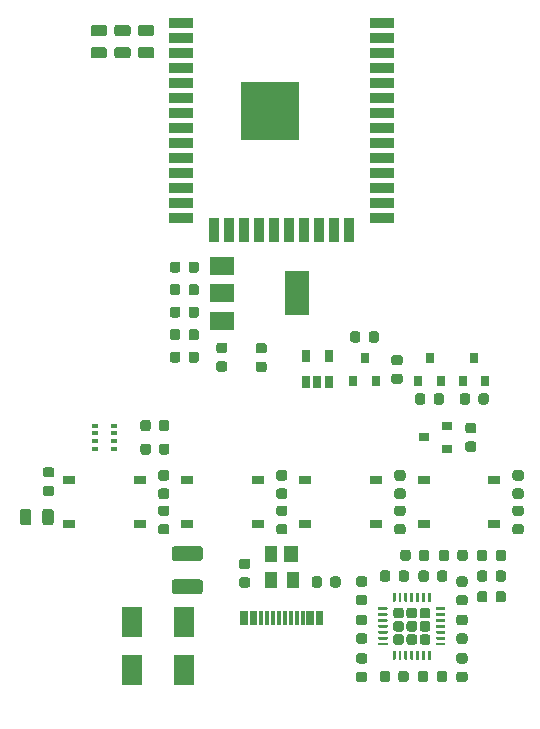
<source format=gbr>
%TF.GenerationSoftware,KiCad,Pcbnew,(5.1.7-0-10_14)*%
%TF.CreationDate,2020-10-15T21:04:02+02:00*%
%TF.ProjectId,Co2-Sensor,436f322d-5365-46e7-936f-722e6b696361,rev?*%
%TF.SameCoordinates,Original*%
%TF.FileFunction,Paste,Top*%
%TF.FilePolarity,Positive*%
%FSLAX46Y46*%
G04 Gerber Fmt 4.6, Leading zero omitted, Abs format (unit mm)*
G04 Created by KiCad (PCBNEW (5.1.7-0-10_14)) date 2020-10-15 21:04:02*
%MOMM*%
%LPD*%
G01*
G04 APERTURE LIST*
%ADD10R,1.000000X1.400000*%
%ADD11R,1.200000X1.400000*%
%ADD12R,0.900000X0.800000*%
%ADD13R,1.000000X0.750000*%
%ADD14R,0.300000X1.150000*%
%ADD15R,0.500000X0.350000*%
%ADD16R,0.650000X1.060000*%
%ADD17R,0.800000X0.900000*%
%ADD18R,2.000000X1.500000*%
%ADD19R,2.000000X3.800000*%
%ADD20R,2.000000X0.900000*%
%ADD21R,0.900000X2.000000*%
%ADD22R,5.000000X5.000000*%
%ADD23R,1.800000X2.500000*%
G04 APERTURE END LIST*
%TO.C,C4*%
G36*
G01*
X138956250Y-78550000D02*
X138043750Y-78550000D01*
G75*
G02*
X137800000Y-78306250I0J243750D01*
G01*
X137800000Y-77818750D01*
G75*
G02*
X138043750Y-77575000I243750J0D01*
G01*
X138956250Y-77575000D01*
G75*
G02*
X139200000Y-77818750I0J-243750D01*
G01*
X139200000Y-78306250D01*
G75*
G02*
X138956250Y-78550000I-243750J0D01*
G01*
G37*
G36*
G01*
X138956250Y-80425000D02*
X138043750Y-80425000D01*
G75*
G02*
X137800000Y-80181250I0J243750D01*
G01*
X137800000Y-79693750D01*
G75*
G02*
X138043750Y-79450000I243750J0D01*
G01*
X138956250Y-79450000D01*
G75*
G02*
X139200000Y-79693750I0J-243750D01*
G01*
X139200000Y-80181250D01*
G75*
G02*
X138956250Y-80425000I-243750J0D01*
G01*
G37*
%TD*%
%TO.C,C15*%
G36*
G01*
X136956250Y-78550000D02*
X136043750Y-78550000D01*
G75*
G02*
X135800000Y-78306250I0J243750D01*
G01*
X135800000Y-77818750D01*
G75*
G02*
X136043750Y-77575000I243750J0D01*
G01*
X136956250Y-77575000D01*
G75*
G02*
X137200000Y-77818750I0J-243750D01*
G01*
X137200000Y-78306250D01*
G75*
G02*
X136956250Y-78550000I-243750J0D01*
G01*
G37*
G36*
G01*
X136956250Y-80425000D02*
X136043750Y-80425000D01*
G75*
G02*
X135800000Y-80181250I0J243750D01*
G01*
X135800000Y-79693750D01*
G75*
G02*
X136043750Y-79450000I243750J0D01*
G01*
X136956250Y-79450000D01*
G75*
G02*
X137200000Y-79693750I0J-243750D01*
G01*
X137200000Y-80181250D01*
G75*
G02*
X136956250Y-80425000I-243750J0D01*
G01*
G37*
%TD*%
%TO.C,C14*%
G36*
G01*
X134956250Y-78550000D02*
X134043750Y-78550000D01*
G75*
G02*
X133800000Y-78306250I0J243750D01*
G01*
X133800000Y-77818750D01*
G75*
G02*
X134043750Y-77575000I243750J0D01*
G01*
X134956250Y-77575000D01*
G75*
G02*
X135200000Y-77818750I0J-243750D01*
G01*
X135200000Y-78306250D01*
G75*
G02*
X134956250Y-78550000I-243750J0D01*
G01*
G37*
G36*
G01*
X134956250Y-80425000D02*
X134043750Y-80425000D01*
G75*
G02*
X133800000Y-80181250I0J243750D01*
G01*
X133800000Y-79693750D01*
G75*
G02*
X134043750Y-79450000I243750J0D01*
G01*
X134956250Y-79450000D01*
G75*
G02*
X135200000Y-79693750I0J-243750D01*
G01*
X135200000Y-80181250D01*
G75*
G02*
X134956250Y-80425000I-243750J0D01*
G01*
G37*
%TD*%
%TO.C,C13*%
G36*
G01*
X169750000Y-116825000D02*
X170250000Y-116825000D01*
G75*
G02*
X170475000Y-117050000I0J-225000D01*
G01*
X170475000Y-117500000D01*
G75*
G02*
X170250000Y-117725000I-225000J0D01*
G01*
X169750000Y-117725000D01*
G75*
G02*
X169525000Y-117500000I0J225000D01*
G01*
X169525000Y-117050000D01*
G75*
G02*
X169750000Y-116825000I225000J0D01*
G01*
G37*
G36*
G01*
X169750000Y-115275000D02*
X170250000Y-115275000D01*
G75*
G02*
X170475000Y-115500000I0J-225000D01*
G01*
X170475000Y-115950000D01*
G75*
G02*
X170250000Y-116175000I-225000J0D01*
G01*
X169750000Y-116175000D01*
G75*
G02*
X169525000Y-115950000I0J225000D01*
G01*
X169525000Y-115500000D01*
G75*
G02*
X169750000Y-115275000I225000J0D01*
G01*
G37*
%TD*%
%TO.C,C12*%
G36*
G01*
X159750000Y-116825000D02*
X160250000Y-116825000D01*
G75*
G02*
X160475000Y-117050000I0J-225000D01*
G01*
X160475000Y-117500000D01*
G75*
G02*
X160250000Y-117725000I-225000J0D01*
G01*
X159750000Y-117725000D01*
G75*
G02*
X159525000Y-117500000I0J225000D01*
G01*
X159525000Y-117050000D01*
G75*
G02*
X159750000Y-116825000I225000J0D01*
G01*
G37*
G36*
G01*
X159750000Y-115275000D02*
X160250000Y-115275000D01*
G75*
G02*
X160475000Y-115500000I0J-225000D01*
G01*
X160475000Y-115950000D01*
G75*
G02*
X160250000Y-116175000I-225000J0D01*
G01*
X159750000Y-116175000D01*
G75*
G02*
X159525000Y-115950000I0J225000D01*
G01*
X159525000Y-115500000D01*
G75*
G02*
X159750000Y-115275000I225000J0D01*
G01*
G37*
%TD*%
%TO.C,C11*%
G36*
G01*
X149750000Y-116825000D02*
X150250000Y-116825000D01*
G75*
G02*
X150475000Y-117050000I0J-225000D01*
G01*
X150475000Y-117500000D01*
G75*
G02*
X150250000Y-117725000I-225000J0D01*
G01*
X149750000Y-117725000D01*
G75*
G02*
X149525000Y-117500000I0J225000D01*
G01*
X149525000Y-117050000D01*
G75*
G02*
X149750000Y-116825000I225000J0D01*
G01*
G37*
G36*
G01*
X149750000Y-115275000D02*
X150250000Y-115275000D01*
G75*
G02*
X150475000Y-115500000I0J-225000D01*
G01*
X150475000Y-115950000D01*
G75*
G02*
X150250000Y-116175000I-225000J0D01*
G01*
X149750000Y-116175000D01*
G75*
G02*
X149525000Y-115950000I0J225000D01*
G01*
X149525000Y-115500000D01*
G75*
G02*
X149750000Y-115275000I225000J0D01*
G01*
G37*
%TD*%
%TO.C,C10*%
G36*
G01*
X139750000Y-116825000D02*
X140250000Y-116825000D01*
G75*
G02*
X140475000Y-117050000I0J-225000D01*
G01*
X140475000Y-117500000D01*
G75*
G02*
X140250000Y-117725000I-225000J0D01*
G01*
X139750000Y-117725000D01*
G75*
G02*
X139525000Y-117500000I0J225000D01*
G01*
X139525000Y-117050000D01*
G75*
G02*
X139750000Y-116825000I225000J0D01*
G01*
G37*
G36*
G01*
X139750000Y-115275000D02*
X140250000Y-115275000D01*
G75*
G02*
X140475000Y-115500000I0J-225000D01*
G01*
X140475000Y-115950000D01*
G75*
G02*
X140250000Y-116175000I-225000J0D01*
G01*
X139750000Y-116175000D01*
G75*
G02*
X139525000Y-115950000I0J225000D01*
G01*
X139525000Y-115500000D01*
G75*
G02*
X139750000Y-115275000I225000J0D01*
G01*
G37*
%TD*%
%TO.C,C7*%
G36*
G01*
X157350000Y-104256250D02*
X157350000Y-103743750D01*
G75*
G02*
X157568750Y-103525000I218750J0D01*
G01*
X158006250Y-103525000D01*
G75*
G02*
X158225000Y-103743750I0J-218750D01*
G01*
X158225000Y-104256250D01*
G75*
G02*
X158006250Y-104475000I-218750J0D01*
G01*
X157568750Y-104475000D01*
G75*
G02*
X157350000Y-104256250I0J218750D01*
G01*
G37*
G36*
G01*
X155775000Y-104256250D02*
X155775000Y-103743750D01*
G75*
G02*
X155993750Y-103525000I218750J0D01*
G01*
X156431250Y-103525000D01*
G75*
G02*
X156650000Y-103743750I0J-218750D01*
G01*
X156650000Y-104256250D01*
G75*
G02*
X156431250Y-104475000I-218750J0D01*
G01*
X155993750Y-104475000D01*
G75*
G02*
X155775000Y-104256250I0J218750D01*
G01*
G37*
%TD*%
D10*
%TO.C,D3*%
X150950000Y-124600000D03*
X149050000Y-124600000D03*
X149050000Y-122400000D03*
D11*
X150770000Y-122400000D03*
%TD*%
%TO.C,F1*%
G36*
G01*
X140925000Y-124525000D02*
X143075000Y-124525000D01*
G75*
G02*
X143325000Y-124775000I0J-250000D01*
G01*
X143325000Y-125525000D01*
G75*
G02*
X143075000Y-125775000I-250000J0D01*
G01*
X140925000Y-125775000D01*
G75*
G02*
X140675000Y-125525000I0J250000D01*
G01*
X140675000Y-124775000D01*
G75*
G02*
X140925000Y-124525000I250000J0D01*
G01*
G37*
G36*
G01*
X140925000Y-121725000D02*
X143075000Y-121725000D01*
G75*
G02*
X143325000Y-121975000I0J-250000D01*
G01*
X143325000Y-122725000D01*
G75*
G02*
X143075000Y-122975000I-250000J0D01*
G01*
X140925000Y-122975000D01*
G75*
G02*
X140675000Y-122725000I0J250000D01*
G01*
X140675000Y-121975000D01*
G75*
G02*
X140925000Y-121725000I250000J0D01*
G01*
G37*
%TD*%
%TO.C,C1*%
G36*
G01*
X129700000Y-119706250D02*
X129700000Y-118793750D01*
G75*
G02*
X129943750Y-118550000I243750J0D01*
G01*
X130431250Y-118550000D01*
G75*
G02*
X130675000Y-118793750I0J-243750D01*
G01*
X130675000Y-119706250D01*
G75*
G02*
X130431250Y-119950000I-243750J0D01*
G01*
X129943750Y-119950000D01*
G75*
G02*
X129700000Y-119706250I0J243750D01*
G01*
G37*
G36*
G01*
X127825000Y-119706250D02*
X127825000Y-118793750D01*
G75*
G02*
X128068750Y-118550000I243750J0D01*
G01*
X128556250Y-118550000D01*
G75*
G02*
X128800000Y-118793750I0J-243750D01*
G01*
X128800000Y-119706250D01*
G75*
G02*
X128556250Y-119950000I-243750J0D01*
G01*
X128068750Y-119950000D01*
G75*
G02*
X127825000Y-119706250I0J243750D01*
G01*
G37*
%TD*%
%TO.C,R20*%
G36*
G01*
X165743750Y-112850000D02*
X166256250Y-112850000D01*
G75*
G02*
X166475000Y-113068750I0J-218750D01*
G01*
X166475000Y-113506250D01*
G75*
G02*
X166256250Y-113725000I-218750J0D01*
G01*
X165743750Y-113725000D01*
G75*
G02*
X165525000Y-113506250I0J218750D01*
G01*
X165525000Y-113068750D01*
G75*
G02*
X165743750Y-112850000I218750J0D01*
G01*
G37*
G36*
G01*
X165743750Y-111275000D02*
X166256250Y-111275000D01*
G75*
G02*
X166475000Y-111493750I0J-218750D01*
G01*
X166475000Y-111931250D01*
G75*
G02*
X166256250Y-112150000I-218750J0D01*
G01*
X165743750Y-112150000D01*
G75*
G02*
X165525000Y-111931250I0J218750D01*
G01*
X165525000Y-111493750D01*
G75*
G02*
X165743750Y-111275000I218750J0D01*
G01*
G37*
%TD*%
D12*
%TO.C,Q4*%
X162000000Y-112500000D03*
X164000000Y-111550000D03*
X164000000Y-113450000D03*
%TD*%
D13*
%TO.C,SW4*%
X168000000Y-119875000D03*
X162000000Y-119875000D03*
X168000000Y-116125000D03*
X162000000Y-116125000D03*
%TD*%
%TO.C,SW3*%
X158000000Y-119875000D03*
X152000000Y-119875000D03*
X158000000Y-116125000D03*
X152000000Y-116125000D03*
%TD*%
%TO.C,SW2*%
X148000000Y-119875000D03*
X142000000Y-119875000D03*
X148000000Y-116125000D03*
X142000000Y-116125000D03*
%TD*%
%TO.C,SW1*%
X138000000Y-119875000D03*
X132000000Y-119875000D03*
X138000000Y-116125000D03*
X132000000Y-116125000D03*
%TD*%
D14*
%TO.C,J5*%
X153350000Y-127830000D03*
X152550000Y-127830000D03*
X147750000Y-127830000D03*
X146950000Y-127830000D03*
X146650000Y-127830000D03*
X147450000Y-127830000D03*
X148250000Y-127830000D03*
X148750000Y-127830000D03*
X149250000Y-127830000D03*
X149750000Y-127830000D03*
X150250000Y-127830000D03*
X150750000Y-127830000D03*
X151250000Y-127830000D03*
X151750000Y-127830000D03*
X152250000Y-127830000D03*
X153050000Y-127830000D03*
%TD*%
%TO.C,C9*%
G36*
G01*
X130506250Y-115900000D02*
X129993750Y-115900000D01*
G75*
G02*
X129775000Y-115681250I0J218750D01*
G01*
X129775000Y-115243750D01*
G75*
G02*
X129993750Y-115025000I218750J0D01*
G01*
X130506250Y-115025000D01*
G75*
G02*
X130725000Y-115243750I0J-218750D01*
G01*
X130725000Y-115681250D01*
G75*
G02*
X130506250Y-115900000I-218750J0D01*
G01*
G37*
G36*
G01*
X130506250Y-117475000D02*
X129993750Y-117475000D01*
G75*
G02*
X129775000Y-117256250I0J218750D01*
G01*
X129775000Y-116818750D01*
G75*
G02*
X129993750Y-116600000I218750J0D01*
G01*
X130506250Y-116600000D01*
G75*
G02*
X130725000Y-116818750I0J-218750D01*
G01*
X130725000Y-117256250D01*
G75*
G02*
X130506250Y-117475000I-218750J0D01*
G01*
G37*
%TD*%
D15*
%TO.C,U4*%
X134200000Y-111525000D03*
X135800000Y-112175000D03*
X135800000Y-112825000D03*
X135800000Y-113475000D03*
X134200000Y-112175000D03*
X134200000Y-112825000D03*
X134200000Y-113475000D03*
X135800000Y-111525000D03*
%TD*%
%TO.C,U3*%
G36*
G01*
X161670000Y-129845000D02*
X161670000Y-129395000D01*
G75*
G02*
X161895000Y-129170000I225000J0D01*
G01*
X162345000Y-129170000D01*
G75*
G02*
X162570000Y-129395000I0J-225000D01*
G01*
X162570000Y-129845000D01*
G75*
G02*
X162345000Y-130070000I-225000J0D01*
G01*
X161895000Y-130070000D01*
G75*
G02*
X161670000Y-129845000I0J225000D01*
G01*
G37*
G36*
G01*
X161670000Y-128725000D02*
X161670000Y-128275000D01*
G75*
G02*
X161895000Y-128050000I225000J0D01*
G01*
X162345000Y-128050000D01*
G75*
G02*
X162570000Y-128275000I0J-225000D01*
G01*
X162570000Y-128725000D01*
G75*
G02*
X162345000Y-128950000I-225000J0D01*
G01*
X161895000Y-128950000D01*
G75*
G02*
X161670000Y-128725000I0J225000D01*
G01*
G37*
G36*
G01*
X161670000Y-127605000D02*
X161670000Y-127155000D01*
G75*
G02*
X161895000Y-126930000I225000J0D01*
G01*
X162345000Y-126930000D01*
G75*
G02*
X162570000Y-127155000I0J-225000D01*
G01*
X162570000Y-127605000D01*
G75*
G02*
X162345000Y-127830000I-225000J0D01*
G01*
X161895000Y-127830000D01*
G75*
G02*
X161670000Y-127605000I0J225000D01*
G01*
G37*
G36*
G01*
X160550000Y-129845000D02*
X160550000Y-129395000D01*
G75*
G02*
X160775000Y-129170000I225000J0D01*
G01*
X161225000Y-129170000D01*
G75*
G02*
X161450000Y-129395000I0J-225000D01*
G01*
X161450000Y-129845000D01*
G75*
G02*
X161225000Y-130070000I-225000J0D01*
G01*
X160775000Y-130070000D01*
G75*
G02*
X160550000Y-129845000I0J225000D01*
G01*
G37*
G36*
G01*
X160550000Y-128725000D02*
X160550000Y-128275000D01*
G75*
G02*
X160775000Y-128050000I225000J0D01*
G01*
X161225000Y-128050000D01*
G75*
G02*
X161450000Y-128275000I0J-225000D01*
G01*
X161450000Y-128725000D01*
G75*
G02*
X161225000Y-128950000I-225000J0D01*
G01*
X160775000Y-128950000D01*
G75*
G02*
X160550000Y-128725000I0J225000D01*
G01*
G37*
G36*
G01*
X160550000Y-127605000D02*
X160550000Y-127155000D01*
G75*
G02*
X160775000Y-126930000I225000J0D01*
G01*
X161225000Y-126930000D01*
G75*
G02*
X161450000Y-127155000I0J-225000D01*
G01*
X161450000Y-127605000D01*
G75*
G02*
X161225000Y-127830000I-225000J0D01*
G01*
X160775000Y-127830000D01*
G75*
G02*
X160550000Y-127605000I0J225000D01*
G01*
G37*
G36*
G01*
X159430000Y-129845000D02*
X159430000Y-129395000D01*
G75*
G02*
X159655000Y-129170000I225000J0D01*
G01*
X160105000Y-129170000D01*
G75*
G02*
X160330000Y-129395000I0J-225000D01*
G01*
X160330000Y-129845000D01*
G75*
G02*
X160105000Y-130070000I-225000J0D01*
G01*
X159655000Y-130070000D01*
G75*
G02*
X159430000Y-129845000I0J225000D01*
G01*
G37*
G36*
G01*
X159430000Y-128725000D02*
X159430000Y-128275000D01*
G75*
G02*
X159655000Y-128050000I225000J0D01*
G01*
X160105000Y-128050000D01*
G75*
G02*
X160330000Y-128275000I0J-225000D01*
G01*
X160330000Y-128725000D01*
G75*
G02*
X160105000Y-128950000I-225000J0D01*
G01*
X159655000Y-128950000D01*
G75*
G02*
X159430000Y-128725000I0J225000D01*
G01*
G37*
G36*
G01*
X159430000Y-127605000D02*
X159430000Y-127155000D01*
G75*
G02*
X159655000Y-126930000I225000J0D01*
G01*
X160105000Y-126930000D01*
G75*
G02*
X160330000Y-127155000I0J-225000D01*
G01*
X160330000Y-127605000D01*
G75*
G02*
X160105000Y-127830000I-225000J0D01*
G01*
X159655000Y-127830000D01*
G75*
G02*
X159430000Y-127605000I0J225000D01*
G01*
G37*
G36*
G01*
X159375000Y-126387500D02*
X159375000Y-125712500D01*
G75*
G02*
X159437500Y-125650000I62500J0D01*
G01*
X159562500Y-125650000D01*
G75*
G02*
X159625000Y-125712500I0J-62500D01*
G01*
X159625000Y-126387500D01*
G75*
G02*
X159562500Y-126450000I-62500J0D01*
G01*
X159437500Y-126450000D01*
G75*
G02*
X159375000Y-126387500I0J62500D01*
G01*
G37*
G36*
G01*
X159875000Y-126387500D02*
X159875000Y-125712500D01*
G75*
G02*
X159937500Y-125650000I62500J0D01*
G01*
X160062500Y-125650000D01*
G75*
G02*
X160125000Y-125712500I0J-62500D01*
G01*
X160125000Y-126387500D01*
G75*
G02*
X160062500Y-126450000I-62500J0D01*
G01*
X159937500Y-126450000D01*
G75*
G02*
X159875000Y-126387500I0J62500D01*
G01*
G37*
G36*
G01*
X160375000Y-126387500D02*
X160375000Y-125712500D01*
G75*
G02*
X160437500Y-125650000I62500J0D01*
G01*
X160562500Y-125650000D01*
G75*
G02*
X160625000Y-125712500I0J-62500D01*
G01*
X160625000Y-126387500D01*
G75*
G02*
X160562500Y-126450000I-62500J0D01*
G01*
X160437500Y-126450000D01*
G75*
G02*
X160375000Y-126387500I0J62500D01*
G01*
G37*
G36*
G01*
X160875000Y-126387500D02*
X160875000Y-125712500D01*
G75*
G02*
X160937500Y-125650000I62500J0D01*
G01*
X161062500Y-125650000D01*
G75*
G02*
X161125000Y-125712500I0J-62500D01*
G01*
X161125000Y-126387500D01*
G75*
G02*
X161062500Y-126450000I-62500J0D01*
G01*
X160937500Y-126450000D01*
G75*
G02*
X160875000Y-126387500I0J62500D01*
G01*
G37*
G36*
G01*
X161375000Y-126387500D02*
X161375000Y-125712500D01*
G75*
G02*
X161437500Y-125650000I62500J0D01*
G01*
X161562500Y-125650000D01*
G75*
G02*
X161625000Y-125712500I0J-62500D01*
G01*
X161625000Y-126387500D01*
G75*
G02*
X161562500Y-126450000I-62500J0D01*
G01*
X161437500Y-126450000D01*
G75*
G02*
X161375000Y-126387500I0J62500D01*
G01*
G37*
G36*
G01*
X161875000Y-126387500D02*
X161875000Y-125712500D01*
G75*
G02*
X161937500Y-125650000I62500J0D01*
G01*
X162062500Y-125650000D01*
G75*
G02*
X162125000Y-125712500I0J-62500D01*
G01*
X162125000Y-126387500D01*
G75*
G02*
X162062500Y-126450000I-62500J0D01*
G01*
X161937500Y-126450000D01*
G75*
G02*
X161875000Y-126387500I0J62500D01*
G01*
G37*
G36*
G01*
X162375000Y-126387500D02*
X162375000Y-125712500D01*
G75*
G02*
X162437500Y-125650000I62500J0D01*
G01*
X162562500Y-125650000D01*
G75*
G02*
X162625000Y-125712500I0J-62500D01*
G01*
X162625000Y-126387500D01*
G75*
G02*
X162562500Y-126450000I-62500J0D01*
G01*
X162437500Y-126450000D01*
G75*
G02*
X162375000Y-126387500I0J62500D01*
G01*
G37*
G36*
G01*
X163050000Y-127062500D02*
X163050000Y-126937500D01*
G75*
G02*
X163112500Y-126875000I62500J0D01*
G01*
X163787500Y-126875000D01*
G75*
G02*
X163850000Y-126937500I0J-62500D01*
G01*
X163850000Y-127062500D01*
G75*
G02*
X163787500Y-127125000I-62500J0D01*
G01*
X163112500Y-127125000D01*
G75*
G02*
X163050000Y-127062500I0J62500D01*
G01*
G37*
G36*
G01*
X163050000Y-127562500D02*
X163050000Y-127437500D01*
G75*
G02*
X163112500Y-127375000I62500J0D01*
G01*
X163787500Y-127375000D01*
G75*
G02*
X163850000Y-127437500I0J-62500D01*
G01*
X163850000Y-127562500D01*
G75*
G02*
X163787500Y-127625000I-62500J0D01*
G01*
X163112500Y-127625000D01*
G75*
G02*
X163050000Y-127562500I0J62500D01*
G01*
G37*
G36*
G01*
X163050000Y-128062500D02*
X163050000Y-127937500D01*
G75*
G02*
X163112500Y-127875000I62500J0D01*
G01*
X163787500Y-127875000D01*
G75*
G02*
X163850000Y-127937500I0J-62500D01*
G01*
X163850000Y-128062500D01*
G75*
G02*
X163787500Y-128125000I-62500J0D01*
G01*
X163112500Y-128125000D01*
G75*
G02*
X163050000Y-128062500I0J62500D01*
G01*
G37*
G36*
G01*
X163050000Y-128562500D02*
X163050000Y-128437500D01*
G75*
G02*
X163112500Y-128375000I62500J0D01*
G01*
X163787500Y-128375000D01*
G75*
G02*
X163850000Y-128437500I0J-62500D01*
G01*
X163850000Y-128562500D01*
G75*
G02*
X163787500Y-128625000I-62500J0D01*
G01*
X163112500Y-128625000D01*
G75*
G02*
X163050000Y-128562500I0J62500D01*
G01*
G37*
G36*
G01*
X163050000Y-129062500D02*
X163050000Y-128937500D01*
G75*
G02*
X163112500Y-128875000I62500J0D01*
G01*
X163787500Y-128875000D01*
G75*
G02*
X163850000Y-128937500I0J-62500D01*
G01*
X163850000Y-129062500D01*
G75*
G02*
X163787500Y-129125000I-62500J0D01*
G01*
X163112500Y-129125000D01*
G75*
G02*
X163050000Y-129062500I0J62500D01*
G01*
G37*
G36*
G01*
X163050000Y-129562500D02*
X163050000Y-129437500D01*
G75*
G02*
X163112500Y-129375000I62500J0D01*
G01*
X163787500Y-129375000D01*
G75*
G02*
X163850000Y-129437500I0J-62500D01*
G01*
X163850000Y-129562500D01*
G75*
G02*
X163787500Y-129625000I-62500J0D01*
G01*
X163112500Y-129625000D01*
G75*
G02*
X163050000Y-129562500I0J62500D01*
G01*
G37*
G36*
G01*
X163050000Y-130062500D02*
X163050000Y-129937500D01*
G75*
G02*
X163112500Y-129875000I62500J0D01*
G01*
X163787500Y-129875000D01*
G75*
G02*
X163850000Y-129937500I0J-62500D01*
G01*
X163850000Y-130062500D01*
G75*
G02*
X163787500Y-130125000I-62500J0D01*
G01*
X163112500Y-130125000D01*
G75*
G02*
X163050000Y-130062500I0J62500D01*
G01*
G37*
G36*
G01*
X162375000Y-131287500D02*
X162375000Y-130612500D01*
G75*
G02*
X162437500Y-130550000I62500J0D01*
G01*
X162562500Y-130550000D01*
G75*
G02*
X162625000Y-130612500I0J-62500D01*
G01*
X162625000Y-131287500D01*
G75*
G02*
X162562500Y-131350000I-62500J0D01*
G01*
X162437500Y-131350000D01*
G75*
G02*
X162375000Y-131287500I0J62500D01*
G01*
G37*
G36*
G01*
X161875000Y-131287500D02*
X161875000Y-130612500D01*
G75*
G02*
X161937500Y-130550000I62500J0D01*
G01*
X162062500Y-130550000D01*
G75*
G02*
X162125000Y-130612500I0J-62500D01*
G01*
X162125000Y-131287500D01*
G75*
G02*
X162062500Y-131350000I-62500J0D01*
G01*
X161937500Y-131350000D01*
G75*
G02*
X161875000Y-131287500I0J62500D01*
G01*
G37*
G36*
G01*
X161375000Y-131287500D02*
X161375000Y-130612500D01*
G75*
G02*
X161437500Y-130550000I62500J0D01*
G01*
X161562500Y-130550000D01*
G75*
G02*
X161625000Y-130612500I0J-62500D01*
G01*
X161625000Y-131287500D01*
G75*
G02*
X161562500Y-131350000I-62500J0D01*
G01*
X161437500Y-131350000D01*
G75*
G02*
X161375000Y-131287500I0J62500D01*
G01*
G37*
G36*
G01*
X160875000Y-131287500D02*
X160875000Y-130612500D01*
G75*
G02*
X160937500Y-130550000I62500J0D01*
G01*
X161062500Y-130550000D01*
G75*
G02*
X161125000Y-130612500I0J-62500D01*
G01*
X161125000Y-131287500D01*
G75*
G02*
X161062500Y-131350000I-62500J0D01*
G01*
X160937500Y-131350000D01*
G75*
G02*
X160875000Y-131287500I0J62500D01*
G01*
G37*
G36*
G01*
X160375000Y-131287500D02*
X160375000Y-130612500D01*
G75*
G02*
X160437500Y-130550000I62500J0D01*
G01*
X160562500Y-130550000D01*
G75*
G02*
X160625000Y-130612500I0J-62500D01*
G01*
X160625000Y-131287500D01*
G75*
G02*
X160562500Y-131350000I-62500J0D01*
G01*
X160437500Y-131350000D01*
G75*
G02*
X160375000Y-131287500I0J62500D01*
G01*
G37*
G36*
G01*
X159875000Y-131287500D02*
X159875000Y-130612500D01*
G75*
G02*
X159937500Y-130550000I62500J0D01*
G01*
X160062500Y-130550000D01*
G75*
G02*
X160125000Y-130612500I0J-62500D01*
G01*
X160125000Y-131287500D01*
G75*
G02*
X160062500Y-131350000I-62500J0D01*
G01*
X159937500Y-131350000D01*
G75*
G02*
X159875000Y-131287500I0J62500D01*
G01*
G37*
G36*
G01*
X159375000Y-131287500D02*
X159375000Y-130612500D01*
G75*
G02*
X159437500Y-130550000I62500J0D01*
G01*
X159562500Y-130550000D01*
G75*
G02*
X159625000Y-130612500I0J-62500D01*
G01*
X159625000Y-131287500D01*
G75*
G02*
X159562500Y-131350000I-62500J0D01*
G01*
X159437500Y-131350000D01*
G75*
G02*
X159375000Y-131287500I0J62500D01*
G01*
G37*
G36*
G01*
X158150000Y-130062500D02*
X158150000Y-129937500D01*
G75*
G02*
X158212500Y-129875000I62500J0D01*
G01*
X158887500Y-129875000D01*
G75*
G02*
X158950000Y-129937500I0J-62500D01*
G01*
X158950000Y-130062500D01*
G75*
G02*
X158887500Y-130125000I-62500J0D01*
G01*
X158212500Y-130125000D01*
G75*
G02*
X158150000Y-130062500I0J62500D01*
G01*
G37*
G36*
G01*
X158150000Y-129562500D02*
X158150000Y-129437500D01*
G75*
G02*
X158212500Y-129375000I62500J0D01*
G01*
X158887500Y-129375000D01*
G75*
G02*
X158950000Y-129437500I0J-62500D01*
G01*
X158950000Y-129562500D01*
G75*
G02*
X158887500Y-129625000I-62500J0D01*
G01*
X158212500Y-129625000D01*
G75*
G02*
X158150000Y-129562500I0J62500D01*
G01*
G37*
G36*
G01*
X158150000Y-129062500D02*
X158150000Y-128937500D01*
G75*
G02*
X158212500Y-128875000I62500J0D01*
G01*
X158887500Y-128875000D01*
G75*
G02*
X158950000Y-128937500I0J-62500D01*
G01*
X158950000Y-129062500D01*
G75*
G02*
X158887500Y-129125000I-62500J0D01*
G01*
X158212500Y-129125000D01*
G75*
G02*
X158150000Y-129062500I0J62500D01*
G01*
G37*
G36*
G01*
X158150000Y-128562500D02*
X158150000Y-128437500D01*
G75*
G02*
X158212500Y-128375000I62500J0D01*
G01*
X158887500Y-128375000D01*
G75*
G02*
X158950000Y-128437500I0J-62500D01*
G01*
X158950000Y-128562500D01*
G75*
G02*
X158887500Y-128625000I-62500J0D01*
G01*
X158212500Y-128625000D01*
G75*
G02*
X158150000Y-128562500I0J62500D01*
G01*
G37*
G36*
G01*
X158150000Y-128062500D02*
X158150000Y-127937500D01*
G75*
G02*
X158212500Y-127875000I62500J0D01*
G01*
X158887500Y-127875000D01*
G75*
G02*
X158950000Y-127937500I0J-62500D01*
G01*
X158950000Y-128062500D01*
G75*
G02*
X158887500Y-128125000I-62500J0D01*
G01*
X158212500Y-128125000D01*
G75*
G02*
X158150000Y-128062500I0J62500D01*
G01*
G37*
G36*
G01*
X158150000Y-127562500D02*
X158150000Y-127437500D01*
G75*
G02*
X158212500Y-127375000I62500J0D01*
G01*
X158887500Y-127375000D01*
G75*
G02*
X158950000Y-127437500I0J-62500D01*
G01*
X158950000Y-127562500D01*
G75*
G02*
X158887500Y-127625000I-62500J0D01*
G01*
X158212500Y-127625000D01*
G75*
G02*
X158150000Y-127562500I0J62500D01*
G01*
G37*
G36*
G01*
X158150000Y-127062500D02*
X158150000Y-126937500D01*
G75*
G02*
X158212500Y-126875000I62500J0D01*
G01*
X158887500Y-126875000D01*
G75*
G02*
X158950000Y-126937500I0J-62500D01*
G01*
X158950000Y-127062500D01*
G75*
G02*
X158887500Y-127125000I-62500J0D01*
G01*
X158212500Y-127125000D01*
G75*
G02*
X158150000Y-127062500I0J62500D01*
G01*
G37*
%TD*%
D16*
%TO.C,U5*%
X152050000Y-105650000D03*
X153950000Y-105650000D03*
X153950000Y-107850000D03*
X153000000Y-107850000D03*
X152050000Y-107850000D03*
%TD*%
%TO.C,R33*%
G36*
G01*
X142095000Y-98351250D02*
X142095000Y-97838750D01*
G75*
G02*
X142313750Y-97620000I218750J0D01*
G01*
X142751250Y-97620000D01*
G75*
G02*
X142970000Y-97838750I0J-218750D01*
G01*
X142970000Y-98351250D01*
G75*
G02*
X142751250Y-98570000I-218750J0D01*
G01*
X142313750Y-98570000D01*
G75*
G02*
X142095000Y-98351250I0J218750D01*
G01*
G37*
G36*
G01*
X140520000Y-98351250D02*
X140520000Y-97838750D01*
G75*
G02*
X140738750Y-97620000I218750J0D01*
G01*
X141176250Y-97620000D01*
G75*
G02*
X141395000Y-97838750I0J-218750D01*
G01*
X141395000Y-98351250D01*
G75*
G02*
X141176250Y-98570000I-218750J0D01*
G01*
X140738750Y-98570000D01*
G75*
G02*
X140520000Y-98351250I0J218750D01*
G01*
G37*
%TD*%
%TO.C,R32*%
G36*
G01*
X142095000Y-100256250D02*
X142095000Y-99743750D01*
G75*
G02*
X142313750Y-99525000I218750J0D01*
G01*
X142751250Y-99525000D01*
G75*
G02*
X142970000Y-99743750I0J-218750D01*
G01*
X142970000Y-100256250D01*
G75*
G02*
X142751250Y-100475000I-218750J0D01*
G01*
X142313750Y-100475000D01*
G75*
G02*
X142095000Y-100256250I0J218750D01*
G01*
G37*
G36*
G01*
X140520000Y-100256250D02*
X140520000Y-99743750D01*
G75*
G02*
X140738750Y-99525000I218750J0D01*
G01*
X141176250Y-99525000D01*
G75*
G02*
X141395000Y-99743750I0J-218750D01*
G01*
X141395000Y-100256250D01*
G75*
G02*
X141176250Y-100475000I-218750J0D01*
G01*
X140738750Y-100475000D01*
G75*
G02*
X140520000Y-100256250I0J218750D01*
G01*
G37*
%TD*%
%TO.C,R31*%
G36*
G01*
X142095000Y-102161250D02*
X142095000Y-101648750D01*
G75*
G02*
X142313750Y-101430000I218750J0D01*
G01*
X142751250Y-101430000D01*
G75*
G02*
X142970000Y-101648750I0J-218750D01*
G01*
X142970000Y-102161250D01*
G75*
G02*
X142751250Y-102380000I-218750J0D01*
G01*
X142313750Y-102380000D01*
G75*
G02*
X142095000Y-102161250I0J218750D01*
G01*
G37*
G36*
G01*
X140520000Y-102161250D02*
X140520000Y-101648750D01*
G75*
G02*
X140738750Y-101430000I218750J0D01*
G01*
X141176250Y-101430000D01*
G75*
G02*
X141395000Y-101648750I0J-218750D01*
G01*
X141395000Y-102161250D01*
G75*
G02*
X141176250Y-102380000I-218750J0D01*
G01*
X140738750Y-102380000D01*
G75*
G02*
X140520000Y-102161250I0J218750D01*
G01*
G37*
%TD*%
%TO.C,R30*%
G36*
G01*
X142095000Y-104066250D02*
X142095000Y-103553750D01*
G75*
G02*
X142313750Y-103335000I218750J0D01*
G01*
X142751250Y-103335000D01*
G75*
G02*
X142970000Y-103553750I0J-218750D01*
G01*
X142970000Y-104066250D01*
G75*
G02*
X142751250Y-104285000I-218750J0D01*
G01*
X142313750Y-104285000D01*
G75*
G02*
X142095000Y-104066250I0J218750D01*
G01*
G37*
G36*
G01*
X140520000Y-104066250D02*
X140520000Y-103553750D01*
G75*
G02*
X140738750Y-103335000I218750J0D01*
G01*
X141176250Y-103335000D01*
G75*
G02*
X141395000Y-103553750I0J-218750D01*
G01*
X141395000Y-104066250D01*
G75*
G02*
X141176250Y-104285000I-218750J0D01*
G01*
X140738750Y-104285000D01*
G75*
G02*
X140520000Y-104066250I0J218750D01*
G01*
G37*
%TD*%
%TO.C,R29*%
G36*
G01*
X142095000Y-105971250D02*
X142095000Y-105458750D01*
G75*
G02*
X142313750Y-105240000I218750J0D01*
G01*
X142751250Y-105240000D01*
G75*
G02*
X142970000Y-105458750I0J-218750D01*
G01*
X142970000Y-105971250D01*
G75*
G02*
X142751250Y-106190000I-218750J0D01*
G01*
X142313750Y-106190000D01*
G75*
G02*
X142095000Y-105971250I0J218750D01*
G01*
G37*
G36*
G01*
X140520000Y-105971250D02*
X140520000Y-105458750D01*
G75*
G02*
X140738750Y-105240000I218750J0D01*
G01*
X141176250Y-105240000D01*
G75*
G02*
X141395000Y-105458750I0J-218750D01*
G01*
X141395000Y-105971250D01*
G75*
G02*
X141176250Y-106190000I-218750J0D01*
G01*
X140738750Y-106190000D01*
G75*
G02*
X140520000Y-105971250I0J218750D01*
G01*
G37*
%TD*%
%TO.C,R27*%
G36*
G01*
X169743750Y-119850000D02*
X170256250Y-119850000D01*
G75*
G02*
X170475000Y-120068750I0J-218750D01*
G01*
X170475000Y-120506250D01*
G75*
G02*
X170256250Y-120725000I-218750J0D01*
G01*
X169743750Y-120725000D01*
G75*
G02*
X169525000Y-120506250I0J218750D01*
G01*
X169525000Y-120068750D01*
G75*
G02*
X169743750Y-119850000I218750J0D01*
G01*
G37*
G36*
G01*
X169743750Y-118275000D02*
X170256250Y-118275000D01*
G75*
G02*
X170475000Y-118493750I0J-218750D01*
G01*
X170475000Y-118931250D01*
G75*
G02*
X170256250Y-119150000I-218750J0D01*
G01*
X169743750Y-119150000D01*
G75*
G02*
X169525000Y-118931250I0J218750D01*
G01*
X169525000Y-118493750D01*
G75*
G02*
X169743750Y-118275000I218750J0D01*
G01*
G37*
%TD*%
%TO.C,R25*%
G36*
G01*
X159493750Y-107100000D02*
X160006250Y-107100000D01*
G75*
G02*
X160225000Y-107318750I0J-218750D01*
G01*
X160225000Y-107756250D01*
G75*
G02*
X160006250Y-107975000I-218750J0D01*
G01*
X159493750Y-107975000D01*
G75*
G02*
X159275000Y-107756250I0J218750D01*
G01*
X159275000Y-107318750D01*
G75*
G02*
X159493750Y-107100000I218750J0D01*
G01*
G37*
G36*
G01*
X159493750Y-105525000D02*
X160006250Y-105525000D01*
G75*
G02*
X160225000Y-105743750I0J-218750D01*
G01*
X160225000Y-106181250D01*
G75*
G02*
X160006250Y-106400000I-218750J0D01*
G01*
X159493750Y-106400000D01*
G75*
G02*
X159275000Y-106181250I0J218750D01*
G01*
X159275000Y-105743750D01*
G75*
G02*
X159493750Y-105525000I218750J0D01*
G01*
G37*
%TD*%
D17*
%TO.C,Q3*%
X157000000Y-105750000D03*
X157950000Y-107750000D03*
X156050000Y-107750000D03*
%TD*%
%TO.C,R23*%
G36*
G01*
X159743750Y-119850000D02*
X160256250Y-119850000D01*
G75*
G02*
X160475000Y-120068750I0J-218750D01*
G01*
X160475000Y-120506250D01*
G75*
G02*
X160256250Y-120725000I-218750J0D01*
G01*
X159743750Y-120725000D01*
G75*
G02*
X159525000Y-120506250I0J218750D01*
G01*
X159525000Y-120068750D01*
G75*
G02*
X159743750Y-119850000I218750J0D01*
G01*
G37*
G36*
G01*
X159743750Y-118275000D02*
X160256250Y-118275000D01*
G75*
G02*
X160475000Y-118493750I0J-218750D01*
G01*
X160475000Y-118931250D01*
G75*
G02*
X160256250Y-119150000I-218750J0D01*
G01*
X159743750Y-119150000D01*
G75*
G02*
X159525000Y-118931250I0J218750D01*
G01*
X159525000Y-118493750D01*
G75*
G02*
X159743750Y-118275000I218750J0D01*
G01*
G37*
%TD*%
D18*
%TO.C,U2*%
X144945000Y-98017500D03*
X144945000Y-102617500D03*
X144945000Y-100317500D03*
D19*
X151245000Y-100317500D03*
%TD*%
D20*
%TO.C,U1*%
X158500000Y-77410000D03*
X158500000Y-78680000D03*
X158500000Y-79950000D03*
X158500000Y-81220000D03*
X158500000Y-82490000D03*
X158500000Y-83760000D03*
X158500000Y-85030000D03*
X158500000Y-86300000D03*
X158500000Y-87570000D03*
X158500000Y-88840000D03*
X158500000Y-90110000D03*
X158500000Y-91380000D03*
X158500000Y-92650000D03*
X158500000Y-93920000D03*
D21*
X155715000Y-94920000D03*
X154445000Y-94920000D03*
X153175000Y-94920000D03*
X151905000Y-94920000D03*
X150635000Y-94920000D03*
X149365000Y-94920000D03*
X148095000Y-94920000D03*
X146825000Y-94920000D03*
X145555000Y-94920000D03*
X144285000Y-94920000D03*
D20*
X141500000Y-93920000D03*
X141500000Y-92650000D03*
X141500000Y-91380000D03*
X141500000Y-90110000D03*
X141500000Y-88840000D03*
X141500000Y-87570000D03*
X141500000Y-86300000D03*
X141500000Y-85030000D03*
X141500000Y-83760000D03*
X141500000Y-82490000D03*
X141500000Y-81220000D03*
X141500000Y-79950000D03*
X141500000Y-78680000D03*
X141500000Y-77410000D03*
D22*
X149000000Y-84910000D03*
%TD*%
%TO.C,R19*%
G36*
G01*
X161600000Y-122756250D02*
X161600000Y-122243750D01*
G75*
G02*
X161818750Y-122025000I218750J0D01*
G01*
X162256250Y-122025000D01*
G75*
G02*
X162475000Y-122243750I0J-218750D01*
G01*
X162475000Y-122756250D01*
G75*
G02*
X162256250Y-122975000I-218750J0D01*
G01*
X161818750Y-122975000D01*
G75*
G02*
X161600000Y-122756250I0J218750D01*
G01*
G37*
G36*
G01*
X160025000Y-122756250D02*
X160025000Y-122243750D01*
G75*
G02*
X160243750Y-122025000I218750J0D01*
G01*
X160681250Y-122025000D01*
G75*
G02*
X160900000Y-122243750I0J-218750D01*
G01*
X160900000Y-122756250D01*
G75*
G02*
X160681250Y-122975000I-218750J0D01*
G01*
X160243750Y-122975000D01*
G75*
G02*
X160025000Y-122756250I0J218750D01*
G01*
G37*
%TD*%
%TO.C,R18*%
G36*
G01*
X164993750Y-125850000D02*
X165506250Y-125850000D01*
G75*
G02*
X165725000Y-126068750I0J-218750D01*
G01*
X165725000Y-126506250D01*
G75*
G02*
X165506250Y-126725000I-218750J0D01*
G01*
X164993750Y-126725000D01*
G75*
G02*
X164775000Y-126506250I0J218750D01*
G01*
X164775000Y-126068750D01*
G75*
G02*
X164993750Y-125850000I218750J0D01*
G01*
G37*
G36*
G01*
X164993750Y-124275000D02*
X165506250Y-124275000D01*
G75*
G02*
X165725000Y-124493750I0J-218750D01*
G01*
X165725000Y-124931250D01*
G75*
G02*
X165506250Y-125150000I-218750J0D01*
G01*
X164993750Y-125150000D01*
G75*
G02*
X164775000Y-124931250I0J218750D01*
G01*
X164775000Y-124493750D01*
G75*
G02*
X164993750Y-124275000I218750J0D01*
G01*
G37*
%TD*%
%TO.C,R17*%
G36*
G01*
X164993750Y-129100000D02*
X165506250Y-129100000D01*
G75*
G02*
X165725000Y-129318750I0J-218750D01*
G01*
X165725000Y-129756250D01*
G75*
G02*
X165506250Y-129975000I-218750J0D01*
G01*
X164993750Y-129975000D01*
G75*
G02*
X164775000Y-129756250I0J218750D01*
G01*
X164775000Y-129318750D01*
G75*
G02*
X164993750Y-129100000I218750J0D01*
G01*
G37*
G36*
G01*
X164993750Y-127525000D02*
X165506250Y-127525000D01*
G75*
G02*
X165725000Y-127743750I0J-218750D01*
G01*
X165725000Y-128181250D01*
G75*
G02*
X165506250Y-128400000I-218750J0D01*
G01*
X164993750Y-128400000D01*
G75*
G02*
X164775000Y-128181250I0J218750D01*
G01*
X164775000Y-127743750D01*
G75*
G02*
X164993750Y-127525000I218750J0D01*
G01*
G37*
%TD*%
%TO.C,R16*%
G36*
G01*
X164850000Y-122756250D02*
X164850000Y-122243750D01*
G75*
G02*
X165068750Y-122025000I218750J0D01*
G01*
X165506250Y-122025000D01*
G75*
G02*
X165725000Y-122243750I0J-218750D01*
G01*
X165725000Y-122756250D01*
G75*
G02*
X165506250Y-122975000I-218750J0D01*
G01*
X165068750Y-122975000D01*
G75*
G02*
X164850000Y-122756250I0J218750D01*
G01*
G37*
G36*
G01*
X163275000Y-122756250D02*
X163275000Y-122243750D01*
G75*
G02*
X163493750Y-122025000I218750J0D01*
G01*
X163931250Y-122025000D01*
G75*
G02*
X164150000Y-122243750I0J-218750D01*
G01*
X164150000Y-122756250D01*
G75*
G02*
X163931250Y-122975000I-218750J0D01*
G01*
X163493750Y-122975000D01*
G75*
G02*
X163275000Y-122756250I0J218750D01*
G01*
G37*
%TD*%
%TO.C,R15*%
G36*
G01*
X163100000Y-133006250D02*
X163100000Y-132493750D01*
G75*
G02*
X163318750Y-132275000I218750J0D01*
G01*
X163756250Y-132275000D01*
G75*
G02*
X163975000Y-132493750I0J-218750D01*
G01*
X163975000Y-133006250D01*
G75*
G02*
X163756250Y-133225000I-218750J0D01*
G01*
X163318750Y-133225000D01*
G75*
G02*
X163100000Y-133006250I0J218750D01*
G01*
G37*
G36*
G01*
X161525000Y-133006250D02*
X161525000Y-132493750D01*
G75*
G02*
X161743750Y-132275000I218750J0D01*
G01*
X162181250Y-132275000D01*
G75*
G02*
X162400000Y-132493750I0J-218750D01*
G01*
X162400000Y-133006250D01*
G75*
G02*
X162181250Y-133225000I-218750J0D01*
G01*
X161743750Y-133225000D01*
G75*
G02*
X161525000Y-133006250I0J218750D01*
G01*
G37*
%TD*%
%TO.C,R14*%
G36*
G01*
X159850000Y-133006250D02*
X159850000Y-132493750D01*
G75*
G02*
X160068750Y-132275000I218750J0D01*
G01*
X160506250Y-132275000D01*
G75*
G02*
X160725000Y-132493750I0J-218750D01*
G01*
X160725000Y-133006250D01*
G75*
G02*
X160506250Y-133225000I-218750J0D01*
G01*
X160068750Y-133225000D01*
G75*
G02*
X159850000Y-133006250I0J218750D01*
G01*
G37*
G36*
G01*
X158275000Y-133006250D02*
X158275000Y-132493750D01*
G75*
G02*
X158493750Y-132275000I218750J0D01*
G01*
X158931250Y-132275000D01*
G75*
G02*
X159150000Y-132493750I0J-218750D01*
G01*
X159150000Y-133006250D01*
G75*
G02*
X158931250Y-133225000I-218750J0D01*
G01*
X158493750Y-133225000D01*
G75*
G02*
X158275000Y-133006250I0J218750D01*
G01*
G37*
%TD*%
%TO.C,R13*%
G36*
G01*
X156493750Y-132350000D02*
X157006250Y-132350000D01*
G75*
G02*
X157225000Y-132568750I0J-218750D01*
G01*
X157225000Y-133006250D01*
G75*
G02*
X157006250Y-133225000I-218750J0D01*
G01*
X156493750Y-133225000D01*
G75*
G02*
X156275000Y-133006250I0J218750D01*
G01*
X156275000Y-132568750D01*
G75*
G02*
X156493750Y-132350000I218750J0D01*
G01*
G37*
G36*
G01*
X156493750Y-130775000D02*
X157006250Y-130775000D01*
G75*
G02*
X157225000Y-130993750I0J-218750D01*
G01*
X157225000Y-131431250D01*
G75*
G02*
X157006250Y-131650000I-218750J0D01*
G01*
X156493750Y-131650000D01*
G75*
G02*
X156275000Y-131431250I0J218750D01*
G01*
X156275000Y-130993750D01*
G75*
G02*
X156493750Y-130775000I218750J0D01*
G01*
G37*
%TD*%
%TO.C,R12*%
G36*
G01*
X146593750Y-124350000D02*
X147106250Y-124350000D01*
G75*
G02*
X147325000Y-124568750I0J-218750D01*
G01*
X147325000Y-125006250D01*
G75*
G02*
X147106250Y-125225000I-218750J0D01*
G01*
X146593750Y-125225000D01*
G75*
G02*
X146375000Y-125006250I0J218750D01*
G01*
X146375000Y-124568750D01*
G75*
G02*
X146593750Y-124350000I218750J0D01*
G01*
G37*
G36*
G01*
X146593750Y-122775000D02*
X147106250Y-122775000D01*
G75*
G02*
X147325000Y-122993750I0J-218750D01*
G01*
X147325000Y-123431250D01*
G75*
G02*
X147106250Y-123650000I-218750J0D01*
G01*
X146593750Y-123650000D01*
G75*
G02*
X146375000Y-123431250I0J218750D01*
G01*
X146375000Y-122993750D01*
G75*
G02*
X146593750Y-122775000I218750J0D01*
G01*
G37*
%TD*%
%TO.C,R11*%
G36*
G01*
X154100000Y-125006250D02*
X154100000Y-124493750D01*
G75*
G02*
X154318750Y-124275000I218750J0D01*
G01*
X154756250Y-124275000D01*
G75*
G02*
X154975000Y-124493750I0J-218750D01*
G01*
X154975000Y-125006250D01*
G75*
G02*
X154756250Y-125225000I-218750J0D01*
G01*
X154318750Y-125225000D01*
G75*
G02*
X154100000Y-125006250I0J218750D01*
G01*
G37*
G36*
G01*
X152525000Y-125006250D02*
X152525000Y-124493750D01*
G75*
G02*
X152743750Y-124275000I218750J0D01*
G01*
X153181250Y-124275000D01*
G75*
G02*
X153400000Y-124493750I0J-218750D01*
G01*
X153400000Y-125006250D01*
G75*
G02*
X153181250Y-125225000I-218750J0D01*
G01*
X152743750Y-125225000D01*
G75*
G02*
X152525000Y-125006250I0J218750D01*
G01*
G37*
%TD*%
%TO.C,R10*%
G36*
G01*
X139600000Y-111756250D02*
X139600000Y-111243750D01*
G75*
G02*
X139818750Y-111025000I218750J0D01*
G01*
X140256250Y-111025000D01*
G75*
G02*
X140475000Y-111243750I0J-218750D01*
G01*
X140475000Y-111756250D01*
G75*
G02*
X140256250Y-111975000I-218750J0D01*
G01*
X139818750Y-111975000D01*
G75*
G02*
X139600000Y-111756250I0J218750D01*
G01*
G37*
G36*
G01*
X138025000Y-111756250D02*
X138025000Y-111243750D01*
G75*
G02*
X138243750Y-111025000I218750J0D01*
G01*
X138681250Y-111025000D01*
G75*
G02*
X138900000Y-111243750I0J-218750D01*
G01*
X138900000Y-111756250D01*
G75*
G02*
X138681250Y-111975000I-218750J0D01*
G01*
X138243750Y-111975000D01*
G75*
G02*
X138025000Y-111756250I0J218750D01*
G01*
G37*
%TD*%
%TO.C,R9*%
G36*
G01*
X139600000Y-113756250D02*
X139600000Y-113243750D01*
G75*
G02*
X139818750Y-113025000I218750J0D01*
G01*
X140256250Y-113025000D01*
G75*
G02*
X140475000Y-113243750I0J-218750D01*
G01*
X140475000Y-113756250D01*
G75*
G02*
X140256250Y-113975000I-218750J0D01*
G01*
X139818750Y-113975000D01*
G75*
G02*
X139600000Y-113756250I0J218750D01*
G01*
G37*
G36*
G01*
X138025000Y-113756250D02*
X138025000Y-113243750D01*
G75*
G02*
X138243750Y-113025000I218750J0D01*
G01*
X138681250Y-113025000D01*
G75*
G02*
X138900000Y-113243750I0J-218750D01*
G01*
X138900000Y-113756250D01*
G75*
G02*
X138681250Y-113975000I-218750J0D01*
G01*
X138243750Y-113975000D01*
G75*
G02*
X138025000Y-113756250I0J218750D01*
G01*
G37*
%TD*%
%TO.C,R8*%
G36*
G01*
X162850000Y-109506250D02*
X162850000Y-108993750D01*
G75*
G02*
X163068750Y-108775000I218750J0D01*
G01*
X163506250Y-108775000D01*
G75*
G02*
X163725000Y-108993750I0J-218750D01*
G01*
X163725000Y-109506250D01*
G75*
G02*
X163506250Y-109725000I-218750J0D01*
G01*
X163068750Y-109725000D01*
G75*
G02*
X162850000Y-109506250I0J218750D01*
G01*
G37*
G36*
G01*
X161275000Y-109506250D02*
X161275000Y-108993750D01*
G75*
G02*
X161493750Y-108775000I218750J0D01*
G01*
X161931250Y-108775000D01*
G75*
G02*
X162150000Y-108993750I0J-218750D01*
G01*
X162150000Y-109506250D01*
G75*
G02*
X161931250Y-109725000I-218750J0D01*
G01*
X161493750Y-109725000D01*
G75*
G02*
X161275000Y-109506250I0J218750D01*
G01*
G37*
%TD*%
%TO.C,R7*%
G36*
G01*
X166637500Y-109506250D02*
X166637500Y-108993750D01*
G75*
G02*
X166856250Y-108775000I218750J0D01*
G01*
X167293750Y-108775000D01*
G75*
G02*
X167512500Y-108993750I0J-218750D01*
G01*
X167512500Y-109506250D01*
G75*
G02*
X167293750Y-109725000I-218750J0D01*
G01*
X166856250Y-109725000D01*
G75*
G02*
X166637500Y-109506250I0J218750D01*
G01*
G37*
G36*
G01*
X165062500Y-109506250D02*
X165062500Y-108993750D01*
G75*
G02*
X165281250Y-108775000I218750J0D01*
G01*
X165718750Y-108775000D01*
G75*
G02*
X165937500Y-108993750I0J-218750D01*
G01*
X165937500Y-109506250D01*
G75*
G02*
X165718750Y-109725000I-218750J0D01*
G01*
X165281250Y-109725000D01*
G75*
G02*
X165062500Y-109506250I0J218750D01*
G01*
G37*
%TD*%
%TO.C,R6*%
G36*
G01*
X159875000Y-124506250D02*
X159875000Y-123993750D01*
G75*
G02*
X160093750Y-123775000I218750J0D01*
G01*
X160531250Y-123775000D01*
G75*
G02*
X160750000Y-123993750I0J-218750D01*
G01*
X160750000Y-124506250D01*
G75*
G02*
X160531250Y-124725000I-218750J0D01*
G01*
X160093750Y-124725000D01*
G75*
G02*
X159875000Y-124506250I0J218750D01*
G01*
G37*
G36*
G01*
X158300000Y-124506250D02*
X158300000Y-123993750D01*
G75*
G02*
X158518750Y-123775000I218750J0D01*
G01*
X158956250Y-123775000D01*
G75*
G02*
X159175000Y-123993750I0J-218750D01*
G01*
X159175000Y-124506250D01*
G75*
G02*
X158956250Y-124725000I-218750J0D01*
G01*
X158518750Y-124725000D01*
G75*
G02*
X158300000Y-124506250I0J218750D01*
G01*
G37*
%TD*%
%TO.C,R5*%
G36*
G01*
X163137500Y-124506250D02*
X163137500Y-123993750D01*
G75*
G02*
X163356250Y-123775000I218750J0D01*
G01*
X163793750Y-123775000D01*
G75*
G02*
X164012500Y-123993750I0J-218750D01*
G01*
X164012500Y-124506250D01*
G75*
G02*
X163793750Y-124725000I-218750J0D01*
G01*
X163356250Y-124725000D01*
G75*
G02*
X163137500Y-124506250I0J218750D01*
G01*
G37*
G36*
G01*
X161562500Y-124506250D02*
X161562500Y-123993750D01*
G75*
G02*
X161781250Y-123775000I218750J0D01*
G01*
X162218750Y-123775000D01*
G75*
G02*
X162437500Y-123993750I0J-218750D01*
G01*
X162437500Y-124506250D01*
G75*
G02*
X162218750Y-124725000I-218750J0D01*
G01*
X161781250Y-124725000D01*
G75*
G02*
X161562500Y-124506250I0J218750D01*
G01*
G37*
%TD*%
%TO.C,R3*%
G36*
G01*
X149743750Y-119850000D02*
X150256250Y-119850000D01*
G75*
G02*
X150475000Y-120068750I0J-218750D01*
G01*
X150475000Y-120506250D01*
G75*
G02*
X150256250Y-120725000I-218750J0D01*
G01*
X149743750Y-120725000D01*
G75*
G02*
X149525000Y-120506250I0J218750D01*
G01*
X149525000Y-120068750D01*
G75*
G02*
X149743750Y-119850000I218750J0D01*
G01*
G37*
G36*
G01*
X149743750Y-118275000D02*
X150256250Y-118275000D01*
G75*
G02*
X150475000Y-118493750I0J-218750D01*
G01*
X150475000Y-118931250D01*
G75*
G02*
X150256250Y-119150000I-218750J0D01*
G01*
X149743750Y-119150000D01*
G75*
G02*
X149525000Y-118931250I0J218750D01*
G01*
X149525000Y-118493750D01*
G75*
G02*
X149743750Y-118275000I218750J0D01*
G01*
G37*
%TD*%
%TO.C,R1*%
G36*
G01*
X139743750Y-119850000D02*
X140256250Y-119850000D01*
G75*
G02*
X140475000Y-120068750I0J-218750D01*
G01*
X140475000Y-120506250D01*
G75*
G02*
X140256250Y-120725000I-218750J0D01*
G01*
X139743750Y-120725000D01*
G75*
G02*
X139525000Y-120506250I0J218750D01*
G01*
X139525000Y-120068750D01*
G75*
G02*
X139743750Y-119850000I218750J0D01*
G01*
G37*
G36*
G01*
X139743750Y-118275000D02*
X140256250Y-118275000D01*
G75*
G02*
X140475000Y-118493750I0J-218750D01*
G01*
X140475000Y-118931250D01*
G75*
G02*
X140256250Y-119150000I-218750J0D01*
G01*
X139743750Y-119150000D01*
G75*
G02*
X139525000Y-118931250I0J218750D01*
G01*
X139525000Y-118493750D01*
G75*
G02*
X139743750Y-118275000I218750J0D01*
G01*
G37*
%TD*%
D17*
%TO.C,Q2*%
X166250000Y-105750000D03*
X167200000Y-107750000D03*
X165300000Y-107750000D03*
%TD*%
%TO.C,Q1*%
X162500000Y-105750000D03*
X163450000Y-107750000D03*
X161550000Y-107750000D03*
%TD*%
D23*
%TO.C,D6*%
X137300000Y-128162500D03*
X137300000Y-132162500D03*
%TD*%
%TO.C,D5*%
G36*
G01*
X167400000Y-122243750D02*
X167400000Y-122756250D01*
G75*
G02*
X167181250Y-122975000I-218750J0D01*
G01*
X166743750Y-122975000D01*
G75*
G02*
X166525000Y-122756250I0J218750D01*
G01*
X166525000Y-122243750D01*
G75*
G02*
X166743750Y-122025000I218750J0D01*
G01*
X167181250Y-122025000D01*
G75*
G02*
X167400000Y-122243750I0J-218750D01*
G01*
G37*
G36*
G01*
X168975000Y-122243750D02*
X168975000Y-122756250D01*
G75*
G02*
X168756250Y-122975000I-218750J0D01*
G01*
X168318750Y-122975000D01*
G75*
G02*
X168100000Y-122756250I0J218750D01*
G01*
X168100000Y-122243750D01*
G75*
G02*
X168318750Y-122025000I218750J0D01*
G01*
X168756250Y-122025000D01*
G75*
G02*
X168975000Y-122243750I0J-218750D01*
G01*
G37*
%TD*%
%TO.C,D4*%
G36*
G01*
X167400000Y-125743750D02*
X167400000Y-126256250D01*
G75*
G02*
X167181250Y-126475000I-218750J0D01*
G01*
X166743750Y-126475000D01*
G75*
G02*
X166525000Y-126256250I0J218750D01*
G01*
X166525000Y-125743750D01*
G75*
G02*
X166743750Y-125525000I218750J0D01*
G01*
X167181250Y-125525000D01*
G75*
G02*
X167400000Y-125743750I0J-218750D01*
G01*
G37*
G36*
G01*
X168975000Y-125743750D02*
X168975000Y-126256250D01*
G75*
G02*
X168756250Y-126475000I-218750J0D01*
G01*
X168318750Y-126475000D01*
G75*
G02*
X168100000Y-126256250I0J218750D01*
G01*
X168100000Y-125743750D01*
G75*
G02*
X168318750Y-125525000I218750J0D01*
G01*
X168756250Y-125525000D01*
G75*
G02*
X168975000Y-125743750I0J-218750D01*
G01*
G37*
%TD*%
%TO.C,D2*%
X141745000Y-132162500D03*
X141745000Y-128162500D03*
%TD*%
%TO.C,D1*%
G36*
G01*
X167400000Y-123993750D02*
X167400000Y-124506250D01*
G75*
G02*
X167181250Y-124725000I-218750J0D01*
G01*
X166743750Y-124725000D01*
G75*
G02*
X166525000Y-124506250I0J218750D01*
G01*
X166525000Y-123993750D01*
G75*
G02*
X166743750Y-123775000I218750J0D01*
G01*
X167181250Y-123775000D01*
G75*
G02*
X167400000Y-123993750I0J-218750D01*
G01*
G37*
G36*
G01*
X168975000Y-123993750D02*
X168975000Y-124506250D01*
G75*
G02*
X168756250Y-124725000I-218750J0D01*
G01*
X168318750Y-124725000D01*
G75*
G02*
X168100000Y-124506250I0J218750D01*
G01*
X168100000Y-123993750D01*
G75*
G02*
X168318750Y-123775000I218750J0D01*
G01*
X168756250Y-123775000D01*
G75*
G02*
X168975000Y-123993750I0J-218750D01*
G01*
G37*
%TD*%
%TO.C,C8*%
G36*
G01*
X156493750Y-129100000D02*
X157006250Y-129100000D01*
G75*
G02*
X157225000Y-129318750I0J-218750D01*
G01*
X157225000Y-129756250D01*
G75*
G02*
X157006250Y-129975000I-218750J0D01*
G01*
X156493750Y-129975000D01*
G75*
G02*
X156275000Y-129756250I0J218750D01*
G01*
X156275000Y-129318750D01*
G75*
G02*
X156493750Y-129100000I218750J0D01*
G01*
G37*
G36*
G01*
X156493750Y-127525000D02*
X157006250Y-127525000D01*
G75*
G02*
X157225000Y-127743750I0J-218750D01*
G01*
X157225000Y-128181250D01*
G75*
G02*
X157006250Y-128400000I-218750J0D01*
G01*
X156493750Y-128400000D01*
G75*
G02*
X156275000Y-128181250I0J218750D01*
G01*
X156275000Y-127743750D01*
G75*
G02*
X156493750Y-127525000I218750J0D01*
G01*
G37*
%TD*%
%TO.C,C6*%
G36*
G01*
X147993750Y-106100000D02*
X148506250Y-106100000D01*
G75*
G02*
X148725000Y-106318750I0J-218750D01*
G01*
X148725000Y-106756250D01*
G75*
G02*
X148506250Y-106975000I-218750J0D01*
G01*
X147993750Y-106975000D01*
G75*
G02*
X147775000Y-106756250I0J218750D01*
G01*
X147775000Y-106318750D01*
G75*
G02*
X147993750Y-106100000I218750J0D01*
G01*
G37*
G36*
G01*
X147993750Y-104525000D02*
X148506250Y-104525000D01*
G75*
G02*
X148725000Y-104743750I0J-218750D01*
G01*
X148725000Y-105181250D01*
G75*
G02*
X148506250Y-105400000I-218750J0D01*
G01*
X147993750Y-105400000D01*
G75*
G02*
X147775000Y-105181250I0J218750D01*
G01*
X147775000Y-104743750D01*
G75*
G02*
X147993750Y-104525000I218750J0D01*
G01*
G37*
%TD*%
%TO.C,C5*%
G36*
G01*
X144663750Y-106065000D02*
X145176250Y-106065000D01*
G75*
G02*
X145395000Y-106283750I0J-218750D01*
G01*
X145395000Y-106721250D01*
G75*
G02*
X145176250Y-106940000I-218750J0D01*
G01*
X144663750Y-106940000D01*
G75*
G02*
X144445000Y-106721250I0J218750D01*
G01*
X144445000Y-106283750D01*
G75*
G02*
X144663750Y-106065000I218750J0D01*
G01*
G37*
G36*
G01*
X144663750Y-104490000D02*
X145176250Y-104490000D01*
G75*
G02*
X145395000Y-104708750I0J-218750D01*
G01*
X145395000Y-105146250D01*
G75*
G02*
X145176250Y-105365000I-218750J0D01*
G01*
X144663750Y-105365000D01*
G75*
G02*
X144445000Y-105146250I0J218750D01*
G01*
X144445000Y-104708750D01*
G75*
G02*
X144663750Y-104490000I218750J0D01*
G01*
G37*
%TD*%
%TO.C,C3*%
G36*
G01*
X156493750Y-125850000D02*
X157006250Y-125850000D01*
G75*
G02*
X157225000Y-126068750I0J-218750D01*
G01*
X157225000Y-126506250D01*
G75*
G02*
X157006250Y-126725000I-218750J0D01*
G01*
X156493750Y-126725000D01*
G75*
G02*
X156275000Y-126506250I0J218750D01*
G01*
X156275000Y-126068750D01*
G75*
G02*
X156493750Y-125850000I218750J0D01*
G01*
G37*
G36*
G01*
X156493750Y-124275000D02*
X157006250Y-124275000D01*
G75*
G02*
X157225000Y-124493750I0J-218750D01*
G01*
X157225000Y-124931250D01*
G75*
G02*
X157006250Y-125150000I-218750J0D01*
G01*
X156493750Y-125150000D01*
G75*
G02*
X156275000Y-124931250I0J218750D01*
G01*
X156275000Y-124493750D01*
G75*
G02*
X156493750Y-124275000I218750J0D01*
G01*
G37*
%TD*%
%TO.C,C2*%
G36*
G01*
X164993750Y-132350000D02*
X165506250Y-132350000D01*
G75*
G02*
X165725000Y-132568750I0J-218750D01*
G01*
X165725000Y-133006250D01*
G75*
G02*
X165506250Y-133225000I-218750J0D01*
G01*
X164993750Y-133225000D01*
G75*
G02*
X164775000Y-133006250I0J218750D01*
G01*
X164775000Y-132568750D01*
G75*
G02*
X164993750Y-132350000I218750J0D01*
G01*
G37*
G36*
G01*
X164993750Y-130775000D02*
X165506250Y-130775000D01*
G75*
G02*
X165725000Y-130993750I0J-218750D01*
G01*
X165725000Y-131431250D01*
G75*
G02*
X165506250Y-131650000I-218750J0D01*
G01*
X164993750Y-131650000D01*
G75*
G02*
X164775000Y-131431250I0J218750D01*
G01*
X164775000Y-130993750D01*
G75*
G02*
X164993750Y-130775000I218750J0D01*
G01*
G37*
%TD*%
M02*

</source>
